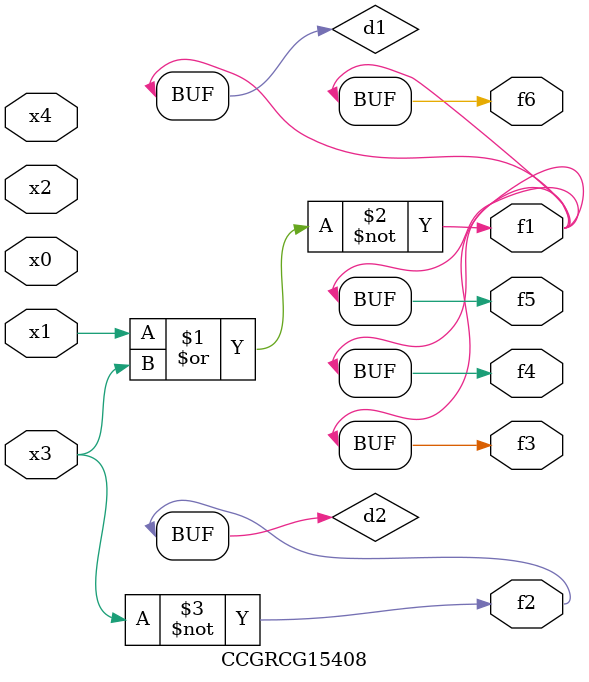
<source format=v>
module CCGRCG15408(
	input x0, x1, x2, x3, x4,
	output f1, f2, f3, f4, f5, f6
);

	wire d1, d2;

	nor (d1, x1, x3);
	not (d2, x3);
	assign f1 = d1;
	assign f2 = d2;
	assign f3 = d1;
	assign f4 = d1;
	assign f5 = d1;
	assign f6 = d1;
endmodule

</source>
